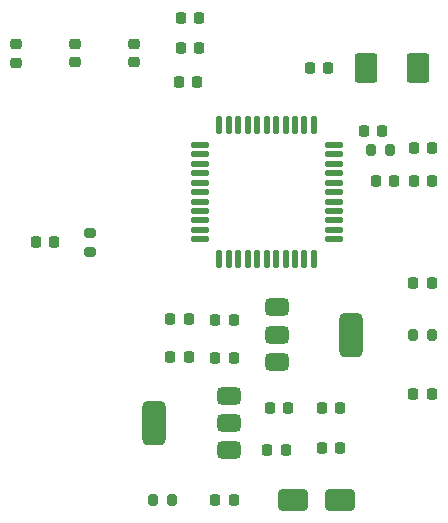
<source format=gbr>
%TF.GenerationSoftware,KiCad,Pcbnew,9.0.5*%
%TF.CreationDate,2025-10-31T15:40:08+01:00*%
%TF.ProjectId,ATMEGA32_evaluation_board,41544d45-4741-4333-925f-6576616c7561,rev?*%
%TF.SameCoordinates,Original*%
%TF.FileFunction,Paste,Top*%
%TF.FilePolarity,Positive*%
%FSLAX46Y46*%
G04 Gerber Fmt 4.6, Leading zero omitted, Abs format (unit mm)*
G04 Created by KiCad (PCBNEW 9.0.5) date 2025-10-31 15:40:08*
%MOMM*%
%LPD*%
G01*
G04 APERTURE LIST*
G04 Aperture macros list*
%AMRoundRect*
0 Rectangle with rounded corners*
0 $1 Rounding radius*
0 $2 $3 $4 $5 $6 $7 $8 $9 X,Y pos of 4 corners*
0 Add a 4 corners polygon primitive as box body*
4,1,4,$2,$3,$4,$5,$6,$7,$8,$9,$2,$3,0*
0 Add four circle primitives for the rounded corners*
1,1,$1+$1,$2,$3*
1,1,$1+$1,$4,$5*
1,1,$1+$1,$6,$7*
1,1,$1+$1,$8,$9*
0 Add four rect primitives between the rounded corners*
20,1,$1+$1,$2,$3,$4,$5,0*
20,1,$1+$1,$4,$5,$6,$7,0*
20,1,$1+$1,$6,$7,$8,$9,0*
20,1,$1+$1,$8,$9,$2,$3,0*%
G04 Aperture macros list end*
%ADD10RoundRect,0.225000X-0.225000X-0.250000X0.225000X-0.250000X0.225000X0.250000X-0.225000X0.250000X0*%
%ADD11RoundRect,0.375000X-0.625000X-0.375000X0.625000X-0.375000X0.625000X0.375000X-0.625000X0.375000X0*%
%ADD12RoundRect,0.500000X-0.500000X-1.400000X0.500000X-1.400000X0.500000X1.400000X-0.500000X1.400000X0*%
%ADD13RoundRect,0.225000X0.225000X0.250000X-0.225000X0.250000X-0.225000X-0.250000X0.225000X-0.250000X0*%
%ADD14RoundRect,0.200000X-0.200000X-0.275000X0.200000X-0.275000X0.200000X0.275000X-0.200000X0.275000X0*%
%ADD15RoundRect,0.200000X0.275000X-0.200000X0.275000X0.200000X-0.275000X0.200000X-0.275000X-0.200000X0*%
%ADD16RoundRect,0.200000X0.200000X0.275000X-0.200000X0.275000X-0.200000X-0.275000X0.200000X-0.275000X0*%
%ADD17RoundRect,0.375000X0.625000X0.375000X-0.625000X0.375000X-0.625000X-0.375000X0.625000X-0.375000X0*%
%ADD18RoundRect,0.500000X0.500000X1.400000X-0.500000X1.400000X-0.500000X-1.400000X0.500000X-1.400000X0*%
%ADD19RoundRect,0.250000X-0.700000X-1.000000X0.700000X-1.000000X0.700000X1.000000X-0.700000X1.000000X0*%
%ADD20RoundRect,0.218750X-0.218750X-0.256250X0.218750X-0.256250X0.218750X0.256250X-0.218750X0.256250X0*%
%ADD21RoundRect,0.225000X-0.250000X0.225000X-0.250000X-0.225000X0.250000X-0.225000X0.250000X0.225000X0*%
%ADD22RoundRect,0.218750X0.218750X0.256250X-0.218750X0.256250X-0.218750X-0.256250X0.218750X-0.256250X0*%
%ADD23RoundRect,0.250000X-1.000000X-0.650000X1.000000X-0.650000X1.000000X0.650000X-1.000000X0.650000X0*%
%ADD24RoundRect,0.137500X-0.600000X-0.137500X0.600000X-0.137500X0.600000X0.137500X-0.600000X0.137500X0*%
%ADD25RoundRect,0.137500X-0.137500X-0.600000X0.137500X-0.600000X0.137500X0.600000X-0.137500X0.600000X0*%
G04 APERTURE END LIST*
D10*
%TO.C,C7*%
X143250000Y-105800000D03*
X144800000Y-105800000D03*
%TD*%
D11*
%TO.C,U2*%
X139450000Y-97300000D03*
X139450000Y-99600000D03*
D12*
X145750000Y-99600000D03*
D11*
X139450000Y-101900000D03*
%TD*%
D10*
%TO.C,C14*%
X131315000Y-72820000D03*
X132865000Y-72820000D03*
%TD*%
D13*
%TO.C,C13*%
X143800000Y-77000000D03*
X142250000Y-77000000D03*
%TD*%
D14*
%TO.C,R2*%
X150950000Y-99600000D03*
X152600000Y-99600000D03*
%TD*%
D10*
%TO.C,C16*%
X131150000Y-78220000D03*
X132700000Y-78220000D03*
%TD*%
D15*
%TO.C,R3*%
X123600000Y-92650000D03*
X123600000Y-91000000D03*
%TD*%
D10*
%TO.C,C15*%
X131315000Y-75330000D03*
X132865000Y-75330000D03*
%TD*%
D16*
%TO.C,R4*%
X149050000Y-84000000D03*
X147400000Y-84000000D03*
%TD*%
D17*
%TO.C,U1*%
X135400000Y-109400000D03*
X135400000Y-107100000D03*
D18*
X129100000Y-107100000D03*
D17*
X135400000Y-104800000D03*
%TD*%
D19*
%TO.C,Y1*%
X147000000Y-77000000D03*
X151400000Y-77000000D03*
%TD*%
D10*
%TO.C,C2*%
X130450000Y-101500000D03*
X132000000Y-101500000D03*
%TD*%
D13*
%TO.C,C10*%
X152600000Y-86600000D03*
X151050000Y-86600000D03*
%TD*%
D10*
%TO.C,C11*%
X147850000Y-86600000D03*
X149400000Y-86600000D03*
%TD*%
D20*
%TO.C,D2*%
X151012500Y-104600000D03*
X152587500Y-104600000D03*
%TD*%
D10*
%TO.C,C1*%
X130450000Y-98300000D03*
X132000000Y-98300000D03*
%TD*%
D21*
%TO.C,C18*%
X122400000Y-75000000D03*
X122400000Y-76550000D03*
%TD*%
D10*
%TO.C,C20*%
X119050000Y-91800000D03*
X120600000Y-91800000D03*
%TD*%
D22*
%TO.C,D1*%
X135800000Y-113600000D03*
X134225000Y-113600000D03*
%TD*%
D10*
%TO.C,C5*%
X138850000Y-105800000D03*
X140400000Y-105800000D03*
%TD*%
D23*
%TO.C,D3*%
X140800000Y-113600000D03*
X144800000Y-113600000D03*
%TD*%
D13*
%TO.C,C3*%
X135800000Y-101600000D03*
X134250000Y-101600000D03*
%TD*%
D10*
%TO.C,C6*%
X138650000Y-109400000D03*
X140200000Y-109400000D03*
%TD*%
D24*
%TO.C,U3*%
X132937500Y-83537500D03*
X132937500Y-84337500D03*
X132937500Y-85137500D03*
X132937500Y-85937500D03*
X132937500Y-86737500D03*
X132937500Y-87537500D03*
X132937500Y-88337500D03*
X132937500Y-89137500D03*
X132937500Y-89937500D03*
X132937500Y-90737500D03*
X132937500Y-91537500D03*
D25*
X134600000Y-93200000D03*
X135400000Y-93200000D03*
X136200000Y-93200000D03*
X137000000Y-93200000D03*
X137800000Y-93200000D03*
X138600000Y-93200000D03*
X139400000Y-93200000D03*
X140200000Y-93200000D03*
X141000000Y-93200000D03*
X141800000Y-93200000D03*
X142600000Y-93200000D03*
D24*
X144262500Y-91537500D03*
X144262500Y-90737500D03*
X144262500Y-89937500D03*
X144262500Y-89137500D03*
X144262500Y-88337500D03*
X144262500Y-87537500D03*
X144262500Y-86737500D03*
X144262500Y-85937500D03*
X144262500Y-85137500D03*
X144262500Y-84337500D03*
X144262500Y-83537500D03*
D25*
X142600000Y-81875000D03*
X141800000Y-81875000D03*
X141000000Y-81875000D03*
X140200000Y-81875000D03*
X139400000Y-81875000D03*
X138600000Y-81875000D03*
X137800000Y-81875000D03*
X137000000Y-81875000D03*
X136200000Y-81875000D03*
X135400000Y-81875000D03*
X134600000Y-81875000D03*
%TD*%
D10*
%TO.C,C8*%
X143250000Y-109200000D03*
X144800000Y-109200000D03*
%TD*%
D21*
%TO.C,C19*%
X117400000Y-75025000D03*
X117400000Y-76575000D03*
%TD*%
%TO.C,C17*%
X127400000Y-75000000D03*
X127400000Y-76550000D03*
%TD*%
D22*
%TO.C,FB1*%
X152600000Y-95200000D03*
X151025000Y-95200000D03*
%TD*%
D14*
%TO.C,R1*%
X128950000Y-113600000D03*
X130600000Y-113600000D03*
%TD*%
D13*
%TO.C,C9*%
X152600000Y-83800000D03*
X151050000Y-83800000D03*
%TD*%
D10*
%TO.C,C12*%
X146850000Y-82400000D03*
X148400000Y-82400000D03*
%TD*%
D13*
%TO.C,C4*%
X135800000Y-98400000D03*
X134250000Y-98400000D03*
%TD*%
M02*

</source>
